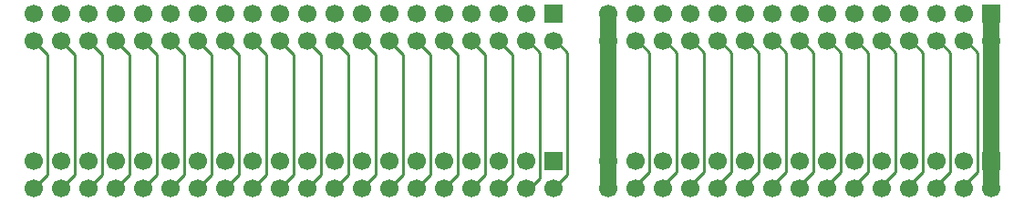
<source format=gbr>
G04 DipTrace 4.3.0.5*
G04 1 - Top.gbr*
%MOMM*%
G04 #@! TF.FileFunction,Copper,L1,Top*
G04 #@! TF.Part,Single*
G04 #@! TA.AperFunction,Conductor*
%ADD10C,0.25*%
%ADD16C,1.5*%
G04 #@! TA.AperFunction,ComponentPad*
%ADD17R,1.7X1.7*%
%ADD18C,1.7*%
%FSLAX35Y35*%
G04*
G71*
G90*
G75*
G01*
G04 Top*
%LPD*%
X4445000Y0D2*
D16*
Y254000D1*
Y1365250D1*
Y1619250D1*
X889000Y0D2*
Y254000D1*
Y1365250D1*
Y1619250D1*
X4191000Y0D2*
D10*
Y24003D1*
X4318000Y151003D1*
Y1262253D1*
X4215003Y1365250D1*
X4191000D1*
X3937000Y0D2*
Y24003D1*
X4064000Y151003D1*
Y1262253D1*
X3961003Y1365250D1*
X3937000D1*
X3683000Y0D2*
Y24003D1*
X3810000Y151003D1*
Y1262253D1*
X3707003Y1365250D1*
X3683000D1*
X3429000Y0D2*
Y24003D1*
X3556000Y151003D1*
Y1262253D1*
X3453003Y1365250D1*
X3429000D1*
X3175000Y0D2*
Y24003D1*
X3302000Y151003D1*
Y1262253D1*
X3199003Y1365250D1*
X3175000D1*
X2921000Y0D2*
Y24003D1*
X3048000Y151003D1*
Y1262253D1*
X2945003Y1365250D1*
X2921000D1*
X2667000Y0D2*
Y24003D1*
X2794000Y151003D1*
Y1262253D1*
X2691003Y1365250D1*
X2667000D1*
X2413000Y0D2*
Y24003D1*
X2540000Y151003D1*
Y1262253D1*
X2437003Y1365250D1*
X2413000D1*
X2159000Y0D2*
Y24003D1*
X2286000Y151003D1*
Y1262253D1*
X2183003Y1365250D1*
X2159000D1*
X1905000Y0D2*
Y24003D1*
X2032000Y151003D1*
Y1262253D1*
X1929003Y1365250D1*
X1905000D1*
X1651000Y0D2*
Y24003D1*
X1778000Y151003D1*
Y1262253D1*
X1675003Y1365250D1*
X1651000D1*
X1397000Y0D2*
Y24003D1*
X1524000Y151003D1*
Y1262253D1*
X1421003Y1365250D1*
X1397000D1*
X1143000Y0D2*
Y24003D1*
X1270000Y151003D1*
Y1262253D1*
X1167003Y1365250D1*
X1143000D1*
X381000Y0D2*
X508000Y127000D1*
Y1262253D1*
X405003Y1365250D1*
X381000D1*
X127000Y0D2*
X166497D1*
X254000Y87503D1*
Y1262253D1*
X151003Y1365250D1*
X127000D1*
X-127000Y0D2*
X0Y127000D1*
Y1238250D1*
X-127000Y1365250D1*
X-381000Y0D2*
X-254000Y127000D1*
Y1238250D1*
X-381000Y1365250D1*
X-635000Y0D2*
X-508000Y127000D1*
Y1238250D1*
X-635000Y1365250D1*
X-889000Y0D2*
X-762000Y127000D1*
Y1238250D1*
X-889000Y1365250D1*
X-1143000Y0D2*
X-1016000Y127000D1*
Y1238250D1*
X-1143000Y1365250D1*
X-1397000Y0D2*
X-1270000Y127000D1*
Y1238250D1*
X-1397000Y1365250D1*
X-1651000Y0D2*
X-1524000Y127000D1*
Y1238250D1*
X-1651000Y1365250D1*
X-1905000Y0D2*
X-1778000Y127000D1*
Y1238250D1*
X-1905000Y1365250D1*
X-2159000Y0D2*
X-2032000Y127000D1*
Y1238250D1*
X-2159000Y1365250D1*
X-2413000Y0D2*
X-2286000Y127000D1*
Y1238250D1*
X-2413000Y1365250D1*
X-2667000Y0D2*
X-2540000Y127000D1*
Y1238250D1*
X-2667000Y1365250D1*
X-2921000Y0D2*
X-2794000Y127000D1*
Y1238250D1*
X-2921000Y1365250D1*
X-3175000Y0D2*
X-3048000Y127000D1*
Y1238250D1*
X-3175000Y1365250D1*
X-3429000Y0D2*
X-3302000Y127000D1*
Y1238250D1*
X-3429000Y1365250D1*
X-3683000Y0D2*
X-3556000Y127000D1*
Y1238250D1*
X-3683000Y1365250D1*
X-3937000Y0D2*
X-3810000Y127000D1*
Y1238250D1*
X-3937000Y1365250D1*
X-4191000Y0D2*
X-4064000Y127000D1*
Y1238250D1*
X-4191000Y1365250D1*
X-4445000Y0D2*
X-4318000Y127000D1*
Y1238250D1*
X-4445000Y1365250D1*
D17*
X4445000Y254000D3*
D18*
Y0D3*
X4191000Y254000D3*
Y0D3*
X3937000Y254000D3*
Y0D3*
X3683000Y254000D3*
Y0D3*
X3429000Y254000D3*
Y0D3*
X3175000Y254000D3*
Y0D3*
X2921000Y254000D3*
Y0D3*
X2667000Y254000D3*
Y0D3*
X2413000Y254000D3*
Y0D3*
X2159000Y254000D3*
Y0D3*
X1905000Y254000D3*
Y0D3*
X1651000Y254000D3*
Y0D3*
X1397000Y254000D3*
Y0D3*
X1143000Y254000D3*
Y0D3*
X889000Y254000D3*
Y0D3*
D17*
X381000Y254000D3*
D18*
Y0D3*
X127000Y254000D3*
Y0D3*
X-127000Y254000D3*
Y0D3*
X-381000Y254000D3*
Y0D3*
X-635000Y254000D3*
Y0D3*
X-889000Y254000D3*
Y0D3*
X-1143000Y254000D3*
Y0D3*
X-1397000Y254000D3*
Y0D3*
X-1651000Y254000D3*
Y0D3*
X-1905000Y254000D3*
Y0D3*
X-2159000Y254000D3*
Y0D3*
X-2413000Y254000D3*
Y0D3*
X-2667000Y254000D3*
Y0D3*
X-2921000Y254000D3*
Y0D3*
X-3175000Y254000D3*
Y0D3*
X-3429000Y254000D3*
Y0D3*
X-3683000Y254000D3*
Y0D3*
X-3937000Y254000D3*
Y0D3*
X-4191000Y254000D3*
Y0D3*
X-4445000Y254000D3*
Y0D3*
D17*
X4445000Y1619250D3*
D18*
Y1365250D3*
X4191000Y1619250D3*
Y1365250D3*
X3937000Y1619250D3*
Y1365250D3*
X3683000Y1619250D3*
Y1365250D3*
X3429000Y1619250D3*
Y1365250D3*
X3175000Y1619250D3*
Y1365250D3*
X2921000Y1619250D3*
Y1365250D3*
X2667000Y1619250D3*
Y1365250D3*
X2413000Y1619250D3*
Y1365250D3*
X2159000Y1619250D3*
Y1365250D3*
X1905000Y1619250D3*
Y1365250D3*
X1651000Y1619250D3*
Y1365250D3*
X1397000Y1619250D3*
Y1365250D3*
X1143000Y1619250D3*
Y1365250D3*
X889000Y1619250D3*
Y1365250D3*
D17*
X381000Y1619250D3*
D18*
Y1365250D3*
X127000Y1619250D3*
Y1365250D3*
X-127000Y1619250D3*
Y1365250D3*
X-381000Y1619250D3*
Y1365250D3*
X-635000Y1619250D3*
Y1365250D3*
X-889000Y1619250D3*
Y1365250D3*
X-1143000Y1619250D3*
Y1365250D3*
X-1397000Y1619250D3*
Y1365250D3*
X-1651000Y1619250D3*
Y1365250D3*
X-1905000Y1619250D3*
Y1365250D3*
X-2159000Y1619250D3*
Y1365250D3*
X-2413000Y1619250D3*
Y1365250D3*
X-2667000Y1619250D3*
Y1365250D3*
X-2921000Y1619250D3*
Y1365250D3*
X-3175000Y1619250D3*
Y1365250D3*
X-3429000Y1619250D3*
Y1365250D3*
X-3683000Y1619250D3*
Y1365250D3*
X-3937000Y1619250D3*
Y1365250D3*
X-4191000Y1619250D3*
Y1365250D3*
X-4445000Y1619250D3*
Y1365250D3*
M02*

</source>
